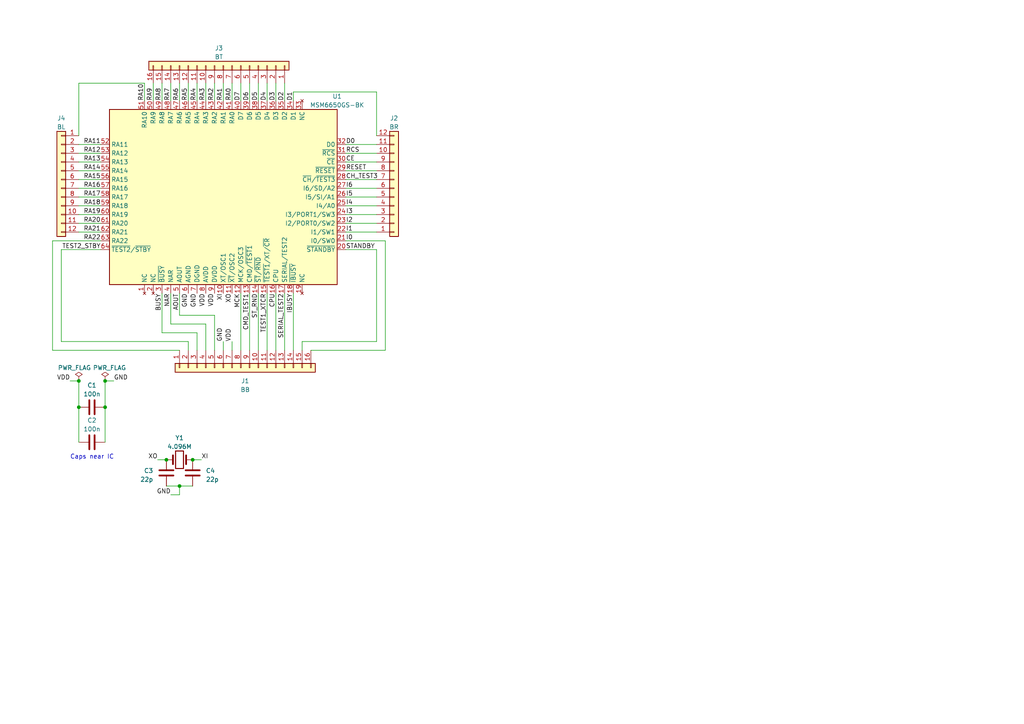
<source format=kicad_sch>
(kicad_sch (version 20230121) (generator eeschema)

  (uuid efd26e7b-cd49-41dc-a156-bd8c4f8c5eec)

  (paper "A4")

  (lib_symbols
    (symbol "Connector_Generic:Conn_01x12" (pin_names (offset 1.016) hide) (in_bom yes) (on_board yes)
      (property "Reference" "J" (at 0 15.24 0)
        (effects (font (size 1.27 1.27)))
      )
      (property "Value" "Conn_01x12" (at 0 -17.78 0)
        (effects (font (size 1.27 1.27)))
      )
      (property "Footprint" "" (at 0 0 0)
        (effects (font (size 1.27 1.27)) hide)
      )
      (property "Datasheet" "~" (at 0 0 0)
        (effects (font (size 1.27 1.27)) hide)
      )
      (property "ki_keywords" "connector" (at 0 0 0)
        (effects (font (size 1.27 1.27)) hide)
      )
      (property "ki_description" "Generic connector, single row, 01x12, script generated (kicad-library-utils/schlib/autogen/connector/)" (at 0 0 0)
        (effects (font (size 1.27 1.27)) hide)
      )
      (property "ki_fp_filters" "Connector*:*_1x??_*" (at 0 0 0)
        (effects (font (size 1.27 1.27)) hide)
      )
      (symbol "Conn_01x12_1_1"
        (rectangle (start -1.27 -15.113) (end 0 -15.367)
          (stroke (width 0.1524) (type default))
          (fill (type none))
        )
        (rectangle (start -1.27 -12.573) (end 0 -12.827)
          (stroke (width 0.1524) (type default))
          (fill (type none))
        )
        (rectangle (start -1.27 -10.033) (end 0 -10.287)
          (stroke (width 0.1524) (type default))
          (fill (type none))
        )
        (rectangle (start -1.27 -7.493) (end 0 -7.747)
          (stroke (width 0.1524) (type default))
          (fill (type none))
        )
        (rectangle (start -1.27 -4.953) (end 0 -5.207)
          (stroke (width 0.1524) (type default))
          (fill (type none))
        )
        (rectangle (start -1.27 -2.413) (end 0 -2.667)
          (stroke (width 0.1524) (type default))
          (fill (type none))
        )
        (rectangle (start -1.27 0.127) (end 0 -0.127)
          (stroke (width 0.1524) (type default))
          (fill (type none))
        )
        (rectangle (start -1.27 2.667) (end 0 2.413)
          (stroke (width 0.1524) (type default))
          (fill (type none))
        )
        (rectangle (start -1.27 5.207) (end 0 4.953)
          (stroke (width 0.1524) (type default))
          (fill (type none))
        )
        (rectangle (start -1.27 7.747) (end 0 7.493)
          (stroke (width 0.1524) (type default))
          (fill (type none))
        )
        (rectangle (start -1.27 10.287) (end 0 10.033)
          (stroke (width 0.1524) (type default))
          (fill (type none))
        )
        (rectangle (start -1.27 12.827) (end 0 12.573)
          (stroke (width 0.1524) (type default))
          (fill (type none))
        )
        (rectangle (start -1.27 13.97) (end 1.27 -16.51)
          (stroke (width 0.254) (type default))
          (fill (type background))
        )
        (pin passive line (at -5.08 12.7 0) (length 3.81)
          (name "Pin_1" (effects (font (size 1.27 1.27))))
          (number "1" (effects (font (size 1.27 1.27))))
        )
        (pin passive line (at -5.08 -10.16 0) (length 3.81)
          (name "Pin_10" (effects (font (size 1.27 1.27))))
          (number "10" (effects (font (size 1.27 1.27))))
        )
        (pin passive line (at -5.08 -12.7 0) (length 3.81)
          (name "Pin_11" (effects (font (size 1.27 1.27))))
          (number "11" (effects (font (size 1.27 1.27))))
        )
        (pin passive line (at -5.08 -15.24 0) (length 3.81)
          (name "Pin_12" (effects (font (size 1.27 1.27))))
          (number "12" (effects (font (size 1.27 1.27))))
        )
        (pin passive line (at -5.08 10.16 0) (length 3.81)
          (name "Pin_2" (effects (font (size 1.27 1.27))))
          (number "2" (effects (font (size 1.27 1.27))))
        )
        (pin passive line (at -5.08 7.62 0) (length 3.81)
          (name "Pin_3" (effects (font (size 1.27 1.27))))
          (number "3" (effects (font (size 1.27 1.27))))
        )
        (pin passive line (at -5.08 5.08 0) (length 3.81)
          (name "Pin_4" (effects (font (size 1.27 1.27))))
          (number "4" (effects (font (size 1.27 1.27))))
        )
        (pin passive line (at -5.08 2.54 0) (length 3.81)
          (name "Pin_5" (effects (font (size 1.27 1.27))))
          (number "5" (effects (font (size 1.27 1.27))))
        )
        (pin passive line (at -5.08 0 0) (length 3.81)
          (name "Pin_6" (effects (font (size 1.27 1.27))))
          (number "6" (effects (font (size 1.27 1.27))))
        )
        (pin passive line (at -5.08 -2.54 0) (length 3.81)
          (name "Pin_7" (effects (font (size 1.27 1.27))))
          (number "7" (effects (font (size 1.27 1.27))))
        )
        (pin passive line (at -5.08 -5.08 0) (length 3.81)
          (name "Pin_8" (effects (font (size 1.27 1.27))))
          (number "8" (effects (font (size 1.27 1.27))))
        )
        (pin passive line (at -5.08 -7.62 0) (length 3.81)
          (name "Pin_9" (effects (font (size 1.27 1.27))))
          (number "9" (effects (font (size 1.27 1.27))))
        )
      )
    )
    (symbol "Connector_Generic:Conn_01x16" (pin_names (offset 1.016) hide) (in_bom yes) (on_board yes)
      (property "Reference" "J" (at 0 20.32 0)
        (effects (font (size 1.27 1.27)))
      )
      (property "Value" "Conn_01x16" (at 0 -22.86 0)
        (effects (font (size 1.27 1.27)))
      )
      (property "Footprint" "" (at 0 0 0)
        (effects (font (size 1.27 1.27)) hide)
      )
      (property "Datasheet" "~" (at 0 0 0)
        (effects (font (size 1.27 1.27)) hide)
      )
      (property "ki_keywords" "connector" (at 0 0 0)
        (effects (font (size 1.27 1.27)) hide)
      )
      (property "ki_description" "Generic connector, single row, 01x16, script generated (kicad-library-utils/schlib/autogen/connector/)" (at 0 0 0)
        (effects (font (size 1.27 1.27)) hide)
      )
      (property "ki_fp_filters" "Connector*:*_1x??_*" (at 0 0 0)
        (effects (font (size 1.27 1.27)) hide)
      )
      (symbol "Conn_01x16_1_1"
        (rectangle (start -1.27 -20.193) (end 0 -20.447)
          (stroke (width 0.1524) (type default))
          (fill (type none))
        )
        (rectangle (start -1.27 -17.653) (end 0 -17.907)
          (stroke (width 0.1524) (type default))
          (fill (type none))
        )
        (rectangle (start -1.27 -15.113) (end 0 -15.367)
          (stroke (width 0.1524) (type default))
          (fill (type none))
        )
        (rectangle (start -1.27 -12.573) (end 0 -12.827)
          (stroke (width 0.1524) (type default))
          (fill (type none))
        )
        (rectangle (start -1.27 -10.033) (end 0 -10.287)
          (stroke (width 0.1524) (type default))
          (fill (type none))
        )
        (rectangle (start -1.27 -7.493) (end 0 -7.747)
          (stroke (width 0.1524) (type default))
          (fill (type none))
        )
        (rectangle (start -1.27 -4.953) (end 0 -5.207)
          (stroke (width 0.1524) (type default))
          (fill (type none))
        )
        (rectangle (start -1.27 -2.413) (end 0 -2.667)
          (stroke (width 0.1524) (type default))
          (fill (type none))
        )
        (rectangle (start -1.27 0.127) (end 0 -0.127)
          (stroke (width 0.1524) (type default))
          (fill (type none))
        )
        (rectangle (start -1.27 2.667) (end 0 2.413)
          (stroke (width 0.1524) (type default))
          (fill (type none))
        )
        (rectangle (start -1.27 5.207) (end 0 4.953)
          (stroke (width 0.1524) (type default))
          (fill (type none))
        )
        (rectangle (start -1.27 7.747) (end 0 7.493)
          (stroke (width 0.1524) (type default))
          (fill (type none))
        )
        (rectangle (start -1.27 10.287) (end 0 10.033)
          (stroke (width 0.1524) (type default))
          (fill (type none))
        )
        (rectangle (start -1.27 12.827) (end 0 12.573)
          (stroke (width 0.1524) (type default))
          (fill (type none))
        )
        (rectangle (start -1.27 15.367) (end 0 15.113)
          (stroke (width 0.1524) (type default))
          (fill (type none))
        )
        (rectangle (start -1.27 17.907) (end 0 17.653)
          (stroke (width 0.1524) (type default))
          (fill (type none))
        )
        (rectangle (start -1.27 19.05) (end 1.27 -21.59)
          (stroke (width 0.254) (type default))
          (fill (type background))
        )
        (pin passive line (at -5.08 17.78 0) (length 3.81)
          (name "Pin_1" (effects (font (size 1.27 1.27))))
          (number "1" (effects (font (size 1.27 1.27))))
        )
        (pin passive line (at -5.08 -5.08 0) (length 3.81)
          (name "Pin_10" (effects (font (size 1.27 1.27))))
          (number "10" (effects (font (size 1.27 1.27))))
        )
        (pin passive line (at -5.08 -7.62 0) (length 3.81)
          (name "Pin_11" (effects (font (size 1.27 1.27))))
          (number "11" (effects (font (size 1.27 1.27))))
        )
        (pin passive line (at -5.08 -10.16 0) (length 3.81)
          (name "Pin_12" (effects (font (size 1.27 1.27))))
          (number "12" (effects (font (size 1.27 1.27))))
        )
        (pin passive line (at -5.08 -12.7 0) (length 3.81)
          (name "Pin_13" (effects (font (size 1.27 1.27))))
          (number "13" (effects (font (size 1.27 1.27))))
        )
        (pin passive line (at -5.08 -15.24 0) (length 3.81)
          (name "Pin_14" (effects (font (size 1.27 1.27))))
          (number "14" (effects (font (size 1.27 1.27))))
        )
        (pin passive line (at -5.08 -17.78 0) (length 3.81)
          (name "Pin_15" (effects (font (size 1.27 1.27))))
          (number "15" (effects (font (size 1.27 1.27))))
        )
        (pin passive line (at -5.08 -20.32 0) (length 3.81)
          (name "Pin_16" (effects (font (size 1.27 1.27))))
          (number "16" (effects (font (size 1.27 1.27))))
        )
        (pin passive line (at -5.08 15.24 0) (length 3.81)
          (name "Pin_2" (effects (font (size 1.27 1.27))))
          (number "2" (effects (font (size 1.27 1.27))))
        )
        (pin passive line (at -5.08 12.7 0) (length 3.81)
          (name "Pin_3" (effects (font (size 1.27 1.27))))
          (number "3" (effects (font (size 1.27 1.27))))
        )
        (pin passive line (at -5.08 10.16 0) (length 3.81)
          (name "Pin_4" (effects (font (size 1.27 1.27))))
          (number "4" (effects (font (size 1.27 1.27))))
        )
        (pin passive line (at -5.08 7.62 0) (length 3.81)
          (name "Pin_5" (effects (font (size 1.27 1.27))))
          (number "5" (effects (font (size 1.27 1.27))))
        )
        (pin passive line (at -5.08 5.08 0) (length 3.81)
          (name "Pin_6" (effects (font (size 1.27 1.27))))
          (number "6" (effects (font (size 1.27 1.27))))
        )
        (pin passive line (at -5.08 2.54 0) (length 3.81)
          (name "Pin_7" (effects (font (size 1.27 1.27))))
          (number "7" (effects (font (size 1.27 1.27))))
        )
        (pin passive line (at -5.08 0 0) (length 3.81)
          (name "Pin_8" (effects (font (size 1.27 1.27))))
          (number "8" (effects (font (size 1.27 1.27))))
        )
        (pin passive line (at -5.08 -2.54 0) (length 3.81)
          (name "Pin_9" (effects (font (size 1.27 1.27))))
          (number "9" (effects (font (size 1.27 1.27))))
        )
      )
    )
    (symbol "Device:C" (pin_numbers hide) (pin_names (offset 0.254)) (in_bom yes) (on_board yes)
      (property "Reference" "C" (at 0.635 2.54 0)
        (effects (font (size 1.27 1.27)) (justify left))
      )
      (property "Value" "C" (at 0.635 -2.54 0)
        (effects (font (size 1.27 1.27)) (justify left))
      )
      (property "Footprint" "" (at 0.9652 -3.81 0)
        (effects (font (size 1.27 1.27)) hide)
      )
      (property "Datasheet" "~" (at 0 0 0)
        (effects (font (size 1.27 1.27)) hide)
      )
      (property "ki_keywords" "cap capacitor" (at 0 0 0)
        (effects (font (size 1.27 1.27)) hide)
      )
      (property "ki_description" "Unpolarized capacitor" (at 0 0 0)
        (effects (font (size 1.27 1.27)) hide)
      )
      (property "ki_fp_filters" "C_*" (at 0 0 0)
        (effects (font (size 1.27 1.27)) hide)
      )
      (symbol "C_0_1"
        (polyline
          (pts
            (xy -2.032 -0.762)
            (xy 2.032 -0.762)
          )
          (stroke (width 0.508) (type default))
          (fill (type none))
        )
        (polyline
          (pts
            (xy -2.032 0.762)
            (xy 2.032 0.762)
          )
          (stroke (width 0.508) (type default))
          (fill (type none))
        )
      )
      (symbol "C_1_1"
        (pin passive line (at 0 3.81 270) (length 2.794)
          (name "~" (effects (font (size 1.27 1.27))))
          (number "1" (effects (font (size 1.27 1.27))))
        )
        (pin passive line (at 0 -3.81 90) (length 2.794)
          (name "~" (effects (font (size 1.27 1.27))))
          (number "2" (effects (font (size 1.27 1.27))))
        )
      )
    )
    (symbol "Device:Crystal" (pin_numbers hide) (pin_names (offset 1.016) hide) (in_bom yes) (on_board yes)
      (property "Reference" "Y" (at 0 3.81 0)
        (effects (font (size 1.27 1.27)))
      )
      (property "Value" "Crystal" (at 0 -3.81 0)
        (effects (font (size 1.27 1.27)))
      )
      (property "Footprint" "" (at 0 0 0)
        (effects (font (size 1.27 1.27)) hide)
      )
      (property "Datasheet" "~" (at 0 0 0)
        (effects (font (size 1.27 1.27)) hide)
      )
      (property "ki_keywords" "quartz ceramic resonator oscillator" (at 0 0 0)
        (effects (font (size 1.27 1.27)) hide)
      )
      (property "ki_description" "Two pin crystal" (at 0 0 0)
        (effects (font (size 1.27 1.27)) hide)
      )
      (property "ki_fp_filters" "Crystal*" (at 0 0 0)
        (effects (font (size 1.27 1.27)) hide)
      )
      (symbol "Crystal_0_1"
        (rectangle (start -1.143 2.54) (end 1.143 -2.54)
          (stroke (width 0.3048) (type default))
          (fill (type none))
        )
        (polyline
          (pts
            (xy -2.54 0)
            (xy -1.905 0)
          )
          (stroke (width 0) (type default))
          (fill (type none))
        )
        (polyline
          (pts
            (xy -1.905 -1.27)
            (xy -1.905 1.27)
          )
          (stroke (width 0.508) (type default))
          (fill (type none))
        )
        (polyline
          (pts
            (xy 1.905 -1.27)
            (xy 1.905 1.27)
          )
          (stroke (width 0.508) (type default))
          (fill (type none))
        )
        (polyline
          (pts
            (xy 2.54 0)
            (xy 1.905 0)
          )
          (stroke (width 0) (type default))
          (fill (type none))
        )
      )
      (symbol "Crystal_1_1"
        (pin passive line (at -3.81 0 0) (length 1.27)
          (name "1" (effects (font (size 1.27 1.27))))
          (number "1" (effects (font (size 1.27 1.27))))
        )
        (pin passive line (at 3.81 0 180) (length 1.27)
          (name "2" (effects (font (size 1.27 1.27))))
          (number "2" (effects (font (size 1.27 1.27))))
        )
      )
    )
    (symbol "M6650_parts:MSM6650GS-BK" (in_bom yes) (on_board yes)
      (property "Reference" "U" (at -25.4 34.29 0)
        (effects (font (size 1.27 1.27)) (justify left))
      )
      (property "Value" "MSM6650GS-BK" (at -38.1 -29.21 0)
        (effects (font (size 1.27 1.27)))
      )
      (property "Footprint" "M6650_parts:QFP64-P-1420-1.00-BK" (at -38.1 -29.21 0)
        (effects (font (size 1.27 1.27)) hide)
      )
      (property "Datasheet" "" (at -38.1 -29.21 0)
        (effects (font (size 1.27 1.27)) hide)
      )
      (symbol "MSM6650GS-BK_1_1"
        (rectangle (start -25.4 33.02) (end 25.4 -33.02)
          (stroke (width 0.254) (type default))
          (fill (type background))
        )
        (pin no_connect line (at -27.94 22.86 0) (length 2.54)
          (name "NC" (effects (font (size 1.27 1.27))))
          (number "1" (effects (font (size 1.27 1.27))))
        )
        (pin input line (at -27.94 0 0) (length 2.54)
          (name "XT/OSC1" (effects (font (size 1.27 1.27))))
          (number "10" (effects (font (size 1.27 1.27))))
        )
        (pin output line (at -27.94 -2.54 0) (length 2.54)
          (name "~{XT}/OSC2" (effects (font (size 1.27 1.27))))
          (number "11" (effects (font (size 1.27 1.27))))
        )
        (pin input line (at -27.94 -5.08 0) (length 2.54)
          (name "MCK/OSC3" (effects (font (size 1.27 1.27))))
          (number "12" (effects (font (size 1.27 1.27))))
        )
        (pin input line (at -27.94 -7.62 0) (length 2.54)
          (name "CMD/~{TEST1}" (effects (font (size 1.27 1.27))))
          (number "13" (effects (font (size 1.27 1.27))))
        )
        (pin input line (at -27.94 -10.16 0) (length 2.54)
          (name "~{ST}/~{RND}" (effects (font (size 1.27 1.27))))
          (number "14" (effects (font (size 1.27 1.27))))
        )
        (pin input line (at -27.94 -12.7 0) (length 2.54)
          (name "~{TEST1}/XT/~{CR}" (effects (font (size 1.27 1.27))))
          (number "15" (effects (font (size 1.27 1.27))))
        )
        (pin input line (at -27.94 -15.24 0) (length 2.54)
          (name "CPU" (effects (font (size 1.27 1.27))))
          (number "16" (effects (font (size 1.27 1.27))))
        )
        (pin input line (at -27.94 -17.78 0) (length 2.54)
          (name "SERIAL/TEST2" (effects (font (size 1.27 1.27))))
          (number "17" (effects (font (size 1.27 1.27))))
        )
        (pin output line (at -27.94 -20.32 0) (length 2.54)
          (name "~{IBUSY}" (effects (font (size 1.27 1.27))))
          (number "18" (effects (font (size 1.27 1.27))))
        )
        (pin no_connect line (at -27.94 -22.86 0) (length 2.54)
          (name "NC" (effects (font (size 1.27 1.27))))
          (number "19" (effects (font (size 1.27 1.27))))
        )
        (pin no_connect line (at -27.94 20.32 0) (length 2.54)
          (name "NC" (effects (font (size 1.27 1.27))))
          (number "2" (effects (font (size 1.27 1.27))))
        )
        (pin output line (at -15.24 -35.56 90) (length 2.54)
          (name "~{STANDBY}" (effects (font (size 1.27 1.27))))
          (number "20" (effects (font (size 1.27 1.27))))
        )
        (pin input line (at -12.7 -35.56 90) (length 2.54)
          (name "I0/SW0" (effects (font (size 1.27 1.27))))
          (number "21" (effects (font (size 1.27 1.27))))
        )
        (pin input line (at -10.16 -35.56 90) (length 2.54)
          (name "I1/SW1" (effects (font (size 1.27 1.27))))
          (number "22" (effects (font (size 1.27 1.27))))
        )
        (pin input line (at -7.62 -35.56 90) (length 2.54)
          (name "I2/PORT0/SW2" (effects (font (size 1.27 1.27))))
          (number "23" (effects (font (size 1.27 1.27))))
        )
        (pin input line (at -5.08 -35.56 90) (length 2.54)
          (name "I3/PORT1/SW3" (effects (font (size 1.27 1.27))))
          (number "24" (effects (font (size 1.27 1.27))))
        )
        (pin input line (at -2.54 -35.56 90) (length 2.54)
          (name "I4/A0" (effects (font (size 1.27 1.27))))
          (number "25" (effects (font (size 1.27 1.27))))
        )
        (pin input line (at 0 -35.56 90) (length 2.54)
          (name "I5/SI/A1" (effects (font (size 1.27 1.27))))
          (number "26" (effects (font (size 1.27 1.27))))
        )
        (pin input line (at 2.54 -35.56 90) (length 2.54)
          (name "I6/SD/A2" (effects (font (size 1.27 1.27))))
          (number "27" (effects (font (size 1.27 1.27))))
        )
        (pin input line (at 5.08 -35.56 90) (length 2.54)
          (name "~{CH}/~{TEST3}" (effects (font (size 1.27 1.27))))
          (number "28" (effects (font (size 1.27 1.27))))
        )
        (pin input line (at 7.62 -35.56 90) (length 2.54)
          (name "~{RESET}" (effects (font (size 1.27 1.27))))
          (number "29" (effects (font (size 1.27 1.27))))
        )
        (pin output line (at -27.94 17.78 0) (length 2.54)
          (name "~{BUSY}" (effects (font (size 1.27 1.27))))
          (number "3" (effects (font (size 1.27 1.27))))
        )
        (pin output line (at 10.16 -35.56 90) (length 2.54)
          (name "~{CE}" (effects (font (size 1.27 1.27))))
          (number "30" (effects (font (size 1.27 1.27))))
        )
        (pin output line (at 12.7 -35.56 90) (length 2.54)
          (name "~{RCS}" (effects (font (size 1.27 1.27))))
          (number "31" (effects (font (size 1.27 1.27))))
        )
        (pin input line (at 15.24 -35.56 90) (length 2.54)
          (name "D0" (effects (font (size 1.27 1.27))))
          (number "32" (effects (font (size 1.27 1.27))))
        )
        (pin no_connect line (at 27.94 -22.86 180) (length 2.54)
          (name "NC" (effects (font (size 1.27 1.27))))
          (number "33" (effects (font (size 1.27 1.27))))
        )
        (pin input line (at 27.94 -20.32 180) (length 2.54)
          (name "D1" (effects (font (size 1.27 1.27))))
          (number "34" (effects (font (size 1.27 1.27))))
        )
        (pin input line (at 27.94 -17.78 180) (length 2.54)
          (name "D2" (effects (font (size 1.27 1.27))))
          (number "35" (effects (font (size 1.27 1.27))))
        )
        (pin input line (at 27.94 -15.24 180) (length 2.54)
          (name "D3" (effects (font (size 1.27 1.27))))
          (number "36" (effects (font (size 1.27 1.27))))
        )
        (pin input line (at 27.94 -12.7 180) (length 2.54)
          (name "D4" (effects (font (size 1.27 1.27))))
          (number "37" (effects (font (size 1.27 1.27))))
        )
        (pin input line (at 27.94 -10.16 180) (length 2.54)
          (name "D5" (effects (font (size 1.27 1.27))))
          (number "38" (effects (font (size 1.27 1.27))))
        )
        (pin input line (at 27.94 -7.62 180) (length 2.54)
          (name "D6" (effects (font (size 1.27 1.27))))
          (number "39" (effects (font (size 1.27 1.27))))
        )
        (pin output line (at -27.94 15.24 0) (length 2.54)
          (name "NAR" (effects (font (size 1.27 1.27))))
          (number "4" (effects (font (size 1.27 1.27))))
        )
        (pin input line (at 27.94 -5.08 180) (length 2.54)
          (name "D7" (effects (font (size 1.27 1.27))))
          (number "40" (effects (font (size 1.27 1.27))))
        )
        (pin output line (at 27.94 -2.54 180) (length 2.54)
          (name "RA0" (effects (font (size 1.27 1.27))))
          (number "41" (effects (font (size 1.27 1.27))))
        )
        (pin output line (at 27.94 0 180) (length 2.54)
          (name "RA1" (effects (font (size 1.27 1.27))))
          (number "42" (effects (font (size 1.27 1.27))))
        )
        (pin output line (at 27.94 2.54 180) (length 2.54)
          (name "RA2" (effects (font (size 1.27 1.27))))
          (number "43" (effects (font (size 1.27 1.27))))
        )
        (pin output line (at 27.94 5.08 180) (length 2.54)
          (name "RA3" (effects (font (size 1.27 1.27))))
          (number "44" (effects (font (size 1.27 1.27))))
        )
        (pin output line (at 27.94 7.62 180) (length 2.54)
          (name "RA4" (effects (font (size 1.27 1.27))))
          (number "45" (effects (font (size 1.27 1.27))))
        )
        (pin output line (at 27.94 10.16 180) (length 2.54)
          (name "RA5" (effects (font (size 1.27 1.27))))
          (number "46" (effects (font (size 1.27 1.27))))
        )
        (pin output line (at 27.94 12.7 180) (length 2.54)
          (name "RA6" (effects (font (size 1.27 1.27))))
          (number "47" (effects (font (size 1.27 1.27))))
        )
        (pin output line (at 27.94 15.24 180) (length 2.54)
          (name "RA7" (effects (font (size 1.27 1.27))))
          (number "48" (effects (font (size 1.27 1.27))))
        )
        (pin output line (at 27.94 17.78 180) (length 2.54)
          (name "RA8" (effects (font (size 1.27 1.27))))
          (number "49" (effects (font (size 1.27 1.27))))
        )
        (pin output line (at -27.94 12.7 0) (length 2.54)
          (name "AOUT" (effects (font (size 1.27 1.27))))
          (number "5" (effects (font (size 1.27 1.27))))
        )
        (pin output line (at 27.94 20.32 180) (length 2.54)
          (name "RA9" (effects (font (size 1.27 1.27))))
          (number "50" (effects (font (size 1.27 1.27))))
        )
        (pin output line (at 27.94 22.86 180) (length 2.54)
          (name "RA10" (effects (font (size 1.27 1.27))))
          (number "51" (effects (font (size 1.27 1.27))))
        )
        (pin output line (at 15.24 35.56 270) (length 2.54)
          (name "RA11" (effects (font (size 1.27 1.27))))
          (number "52" (effects (font (size 1.27 1.27))))
        )
        (pin output line (at 12.7 35.56 270) (length 2.54)
          (name "RA12" (effects (font (size 1.27 1.27))))
          (number "53" (effects (font (size 1.27 1.27))))
        )
        (pin output line (at 10.16 35.56 270) (length 2.54)
          (name "RA13" (effects (font (size 1.27 1.27))))
          (number "54" (effects (font (size 1.27 1.27))))
        )
        (pin output line (at 7.62 35.56 270) (length 2.54)
          (name "RA14" (effects (font (size 1.27 1.27))))
          (number "55" (effects (font (size 1.27 1.27))))
        )
        (pin output line (at 5.08 35.56 270) (length 2.54)
          (name "RA15" (effects (font (size 1.27 1.27))))
          (number "56" (effects (font (size 1.27 1.27))))
        )
        (pin output line (at 2.54 35.56 270) (length 2.54)
          (name "RA16" (effects (font (size 1.27 1.27))))
          (number "57" (effects (font (size 1.27 1.27))))
        )
        (pin output line (at 0 35.56 270) (length 2.54)
          (name "RA17" (effects (font (size 1.27 1.27))))
          (number "58" (effects (font (size 1.27 1.27))))
        )
        (pin output line (at -2.54 35.56 270) (length 2.54)
          (name "RA18" (effects (font (size 1.27 1.27))))
          (number "59" (effects (font (size 1.27 1.27))))
        )
        (pin power_in line (at -27.94 10.16 0) (length 2.54)
          (name "AGND" (effects (font (size 1.27 1.27))))
          (number "6" (effects (font (size 1.27 1.27))))
        )
        (pin output line (at -5.08 35.56 270) (length 2.54)
          (name "RA19" (effects (font (size 1.27 1.27))))
          (number "60" (effects (font (size 1.27 1.27))))
        )
        (pin output line (at -7.62 35.56 270) (length 2.54)
          (name "RA20" (effects (font (size 1.27 1.27))))
          (number "61" (effects (font (size 1.27 1.27))))
        )
        (pin output line (at -10.16 35.56 270) (length 2.54)
          (name "RA21" (effects (font (size 1.27 1.27))))
          (number "62" (effects (font (size 1.27 1.27))))
        )
        (pin output line (at -12.7 35.56 270) (length 2.54)
          (name "RA22" (effects (font (size 1.27 1.27))))
          (number "63" (effects (font (size 1.27 1.27))))
        )
        (pin input line (at -15.24 35.56 270) (length 2.54)
          (name "~{TEST2}/~{STBY}" (effects (font (size 1.27 1.27))))
          (number "64" (effects (font (size 1.27 1.27))))
        )
        (pin power_in line (at -27.94 7.62 0) (length 2.54)
          (name "DGND" (effects (font (size 1.27 1.27))))
          (number "7" (effects (font (size 1.27 1.27))))
        )
        (pin power_in line (at -27.94 5.08 0) (length 2.54)
          (name "AVDD" (effects (font (size 1.27 1.27))))
          (number "8" (effects (font (size 1.27 1.27))))
        )
        (pin power_in line (at -27.94 2.54 0) (length 2.54)
          (name "DVDD" (effects (font (size 1.27 1.27))))
          (number "9" (effects (font (size 1.27 1.27))))
        )
      )
    )
    (symbol "power:PWR_FLAG" (power) (pin_numbers hide) (pin_names (offset 0) hide) (in_bom yes) (on_board yes)
      (property "Reference" "#FLG" (at 0 1.905 0)
        (effects (font (size 1.27 1.27)) hide)
      )
      (property "Value" "PWR_FLAG" (at 0 3.81 0)
        (effects (font (size 1.27 1.27)))
      )
      (property "Footprint" "" (at 0 0 0)
        (effects (font (size 1.27 1.27)) hide)
      )
      (property "Datasheet" "~" (at 0 0 0)
        (effects (font (size 1.27 1.27)) hide)
      )
      (property "ki_keywords" "flag power" (at 0 0 0)
        (effects (font (size 1.27 1.27)) hide)
      )
      (property "ki_description" "Special symbol for telling ERC where power comes from" (at 0 0 0)
        (effects (font (size 1.27 1.27)) hide)
      )
      (symbol "PWR_FLAG_0_0"
        (pin power_out line (at 0 0 90) (length 0)
          (name "pwr" (effects (font (size 1.27 1.27))))
          (number "1" (effects (font (size 1.27 1.27))))
        )
      )
      (symbol "PWR_FLAG_0_1"
        (polyline
          (pts
            (xy 0 0)
            (xy 0 1.27)
            (xy -1.016 1.905)
            (xy 0 2.54)
            (xy 1.016 1.905)
            (xy 0 1.27)
          )
          (stroke (width 0) (type default))
          (fill (type none))
        )
      )
    )
  )

  (junction (at 22.86 118.11) (diameter 0) (color 0 0 0 0)
    (uuid 142aee02-fd16-4341-8aae-8d50af826684)
  )
  (junction (at 22.86 110.49) (diameter 0) (color 0 0 0 0)
    (uuid 354d028f-121e-4c06-8001-b86862f9e5fd)
  )
  (junction (at 30.48 118.11) (diameter 0) (color 0 0 0 0)
    (uuid be92711d-356a-48e9-a7d3-a47bc4626870)
  )
  (junction (at 55.88 133.35) (diameter 0) (color 0 0 0 0)
    (uuid c0140ce9-988f-4b02-8be7-f05b661e0ed8)
  )
  (junction (at 52.07 140.97) (diameter 0) (color 0 0 0 0)
    (uuid c48351ec-9bd4-4db0-bbbb-c76a1f3e5aba)
  )
  (junction (at 30.48 110.49) (diameter 0) (color 0 0 0 0)
    (uuid e4fb6162-af3a-4efa-a067-01a1b6fd87e9)
  )
  (junction (at 48.26 133.35) (diameter 0) (color 0 0 0 0)
    (uuid f09a9149-7716-43c1-a5e2-4ef203d518a8)
  )

  (wire (pts (xy 52.07 143.51) (xy 49.53 143.51))
    (stroke (width 0) (type default))
    (uuid 00879929-83bd-497f-a4fa-1c0a8d9ecf55)
  )
  (wire (pts (xy 57.15 101.6) (xy 57.15 96.52))
    (stroke (width 0) (type default))
    (uuid 01e072da-73ca-4b63-9d74-dfca8cabae72)
  )
  (wire (pts (xy 109.22 99.06) (xy 109.22 72.39))
    (stroke (width 0) (type default))
    (uuid 025a6ac0-2352-4787-99f8-aeaf318b7bcc)
  )
  (wire (pts (xy 52.07 91.44) (xy 62.23 91.44))
    (stroke (width 0) (type default))
    (uuid 0383a35f-94c5-4181-b8d8-cb2b51951aec)
  )
  (wire (pts (xy 52.07 29.21) (xy 52.07 24.13))
    (stroke (width 0) (type default))
    (uuid 047dcce4-c136-4ddd-9631-6d7d125fdada)
  )
  (wire (pts (xy 64.77 101.6) (xy 64.77 99.06))
    (stroke (width 0) (type default))
    (uuid 081cdaef-7129-45e6-aab0-c574501beb48)
  )
  (wire (pts (xy 52.07 140.97) (xy 55.88 140.97))
    (stroke (width 0) (type default))
    (uuid 08c10845-2378-4bf1-a513-e003ad2862b3)
  )
  (wire (pts (xy 22.86 59.69) (xy 29.21 59.69))
    (stroke (width 0) (type default))
    (uuid 08f9e19a-434c-4544-9a24-e05b9befedc0)
  )
  (wire (pts (xy 109.22 26.67) (xy 85.09 26.67))
    (stroke (width 0) (type default))
    (uuid 0bd4da20-0b79-4b0c-92df-79858749582d)
  )
  (wire (pts (xy 17.78 99.06) (xy 54.61 99.06))
    (stroke (width 0) (type default))
    (uuid 104a8828-df2e-4ca7-a6d4-ea9617e27edb)
  )
  (wire (pts (xy 22.86 44.45) (xy 29.21 44.45))
    (stroke (width 0) (type default))
    (uuid 19da2499-024b-4ab4-94d9-324516ae4363)
  )
  (wire (pts (xy 54.61 99.06) (xy 54.61 101.6))
    (stroke (width 0) (type default))
    (uuid 1cf1e8bd-b503-44d2-8ef9-96eebef0a1e1)
  )
  (wire (pts (xy 62.23 29.21) (xy 62.23 24.13))
    (stroke (width 0) (type default))
    (uuid 234587bc-1bdd-4e5e-84a6-844e65a66071)
  )
  (wire (pts (xy 100.33 46.99) (xy 109.22 46.99))
    (stroke (width 0) (type default))
    (uuid 23f39d32-676c-43af-b377-1dddbd30d5e2)
  )
  (wire (pts (xy 49.53 93.98) (xy 49.53 85.09))
    (stroke (width 0) (type default))
    (uuid 2b579358-29b0-43cf-aa20-d7d86fb128b5)
  )
  (wire (pts (xy 67.31 29.21) (xy 67.31 24.13))
    (stroke (width 0) (type default))
    (uuid 2dbdb08b-9b0e-4071-80f2-c127db41fcf7)
  )
  (wire (pts (xy 100.33 54.61) (xy 109.22 54.61))
    (stroke (width 0) (type default))
    (uuid 32afcfd4-e759-49f3-afe1-0aca0019d120)
  )
  (wire (pts (xy 80.01 101.6) (xy 80.01 85.09))
    (stroke (width 0) (type default))
    (uuid 33f3a27e-c852-4cd6-b6f0-71904e62208d)
  )
  (wire (pts (xy 100.33 64.77) (xy 109.22 64.77))
    (stroke (width 0) (type default))
    (uuid 36f6f114-cefe-4efd-8e14-5fdf242741b9)
  )
  (wire (pts (xy 111.76 69.85) (xy 111.76 101.6))
    (stroke (width 0) (type default))
    (uuid 39bf648c-1d5b-4e6d-a595-f17558088959)
  )
  (wire (pts (xy 29.21 72.39) (xy 17.78 72.39))
    (stroke (width 0) (type default))
    (uuid 39fada09-2b10-4572-a9ff-7793567661db)
  )
  (wire (pts (xy 57.15 29.21) (xy 57.15 24.13))
    (stroke (width 0) (type default))
    (uuid 3d127a4c-beb6-429d-8e8a-f1325d90508a)
  )
  (wire (pts (xy 109.22 72.39) (xy 100.33 72.39))
    (stroke (width 0) (type default))
    (uuid 3d2b1589-27d2-4cf0-ade3-69c00d34daf9)
  )
  (wire (pts (xy 100.33 52.07) (xy 109.22 52.07))
    (stroke (width 0) (type default))
    (uuid 3db23bae-e798-4352-85ff-d258a2fb098f)
  )
  (wire (pts (xy 22.86 57.15) (xy 29.21 57.15))
    (stroke (width 0) (type default))
    (uuid 407d3391-b489-42da-a7b4-e5bfd547ae69)
  )
  (wire (pts (xy 100.33 67.31) (xy 109.22 67.31))
    (stroke (width 0) (type default))
    (uuid 433121e5-5a2b-4f73-a34d-5c7d12691854)
  )
  (wire (pts (xy 22.86 67.31) (xy 29.21 67.31))
    (stroke (width 0) (type default))
    (uuid 4dad0934-4347-446e-9f70-e0948a6e5f4e)
  )
  (wire (pts (xy 46.99 29.21) (xy 46.99 24.13))
    (stroke (width 0) (type default))
    (uuid 51e1d71e-a7d3-4d50-b3be-653fce424042)
  )
  (wire (pts (xy 41.91 29.21) (xy 41.91 24.13))
    (stroke (width 0) (type default))
    (uuid 5769b9d5-86fc-4b94-8d5f-dc7bc51dbded)
  )
  (wire (pts (xy 22.86 46.99) (xy 29.21 46.99))
    (stroke (width 0) (type default))
    (uuid 58a903fa-621d-4d8d-8050-d9edb28b1c24)
  )
  (wire (pts (xy 22.86 64.77) (xy 29.21 64.77))
    (stroke (width 0) (type default))
    (uuid 59d218e7-e28f-49f4-b2e3-96b70b2e2657)
  )
  (wire (pts (xy 22.86 52.07) (xy 29.21 52.07))
    (stroke (width 0) (type default))
    (uuid 61124ef3-3d5d-45f6-8e82-7a0585244457)
  )
  (wire (pts (xy 74.93 101.6) (xy 74.93 85.09))
    (stroke (width 0) (type default))
    (uuid 61241b0d-a0db-4d9d-8925-9a67c1bb7d60)
  )
  (wire (pts (xy 74.93 29.21) (xy 74.93 24.13))
    (stroke (width 0) (type default))
    (uuid 62ca7db7-48b0-47d2-85bf-7b7c152e8fc3)
  )
  (wire (pts (xy 69.85 101.6) (xy 69.85 85.09))
    (stroke (width 0) (type default))
    (uuid 637fc736-3ac8-4f60-be8c-748db5b3adb3)
  )
  (wire (pts (xy 45.72 133.35) (xy 48.26 133.35))
    (stroke (width 0) (type default))
    (uuid 6492dd24-266f-4bad-824a-4225c3ab81cd)
  )
  (wire (pts (xy 30.48 118.11) (xy 30.48 128.27))
    (stroke (width 0) (type default))
    (uuid 65785488-b642-4dd0-9cac-86ac18c71634)
  )
  (wire (pts (xy 22.86 39.37) (xy 22.86 24.13))
    (stroke (width 0) (type default))
    (uuid 68f31a2d-a4dc-4951-aaba-dede145dcf41)
  )
  (wire (pts (xy 64.77 29.21) (xy 64.77 24.13))
    (stroke (width 0) (type default))
    (uuid 6ac7d56f-169b-44d5-8c54-1484378509d7)
  )
  (wire (pts (xy 111.76 101.6) (xy 90.17 101.6))
    (stroke (width 0) (type default))
    (uuid 6f4ad231-9d56-4d57-9abd-7c17d0d86ff1)
  )
  (wire (pts (xy 49.53 93.98) (xy 59.69 93.98))
    (stroke (width 0) (type default))
    (uuid 8388ed66-c0cb-4437-a877-20f9fdb1f073)
  )
  (wire (pts (xy 22.86 41.91) (xy 29.21 41.91))
    (stroke (width 0) (type default))
    (uuid 89c54b28-ece5-48da-babf-6ed785261534)
  )
  (wire (pts (xy 22.86 49.53) (xy 29.21 49.53))
    (stroke (width 0) (type default))
    (uuid 8b566405-4b6d-466b-97da-0e57d1e7c4f3)
  )
  (wire (pts (xy 67.31 101.6) (xy 67.31 99.06))
    (stroke (width 0) (type default))
    (uuid 8fb3b5d7-87f2-4f5e-a9fa-8ffaf259c56f)
  )
  (wire (pts (xy 44.45 29.21) (xy 44.45 24.13))
    (stroke (width 0) (type default))
    (uuid 91f23955-4559-460c-82f4-a984d91c8373)
  )
  (wire (pts (xy 100.33 69.85) (xy 111.76 69.85))
    (stroke (width 0) (type default))
    (uuid 93a654de-541f-4250-80d5-4a35965664a3)
  )
  (wire (pts (xy 77.47 101.6) (xy 77.47 85.09))
    (stroke (width 0) (type default))
    (uuid 949f29fb-2ad4-4fd6-9b6e-c4badf484d84)
  )
  (wire (pts (xy 22.86 54.61) (xy 29.21 54.61))
    (stroke (width 0) (type default))
    (uuid 9b008083-86b9-4a1e-9cbb-0e4278698622)
  )
  (wire (pts (xy 22.86 24.13) (xy 41.91 24.13))
    (stroke (width 0) (type default))
    (uuid 9ea0290c-4543-47c4-b34b-1743e68dcebc)
  )
  (wire (pts (xy 72.39 101.6) (xy 72.39 85.09))
    (stroke (width 0) (type default))
    (uuid 9fb77660-2390-480f-bec6-73d5b35a3d13)
  )
  (wire (pts (xy 77.47 29.21) (xy 77.47 24.13))
    (stroke (width 0) (type default))
    (uuid a0888768-b7d4-4196-a1d8-ee96576b018f)
  )
  (wire (pts (xy 20.32 110.49) (xy 22.86 110.49))
    (stroke (width 0) (type default))
    (uuid a1d10ce6-764b-4e34-9ce9-e1ecff0f7036)
  )
  (wire (pts (xy 15.24 101.6) (xy 52.07 101.6))
    (stroke (width 0) (type default))
    (uuid a59a27f3-5770-4744-a258-f753007a0811)
  )
  (wire (pts (xy 49.53 29.21) (xy 49.53 24.13))
    (stroke (width 0) (type default))
    (uuid a8ed5b56-38f1-4b3c-8739-3d7227c53fcb)
  )
  (wire (pts (xy 109.22 39.37) (xy 109.22 26.67))
    (stroke (width 0) (type default))
    (uuid ab18d8e7-13d1-4921-9f96-f527a353924d)
  )
  (wire (pts (xy 100.33 57.15) (xy 109.22 57.15))
    (stroke (width 0) (type default))
    (uuid adec646d-eca4-4d84-bbbc-de97fef3eebf)
  )
  (wire (pts (xy 82.55 101.6) (xy 82.55 85.09))
    (stroke (width 0) (type default))
    (uuid aecbe401-4b6f-4535-af0e-953e85ef4e78)
  )
  (wire (pts (xy 100.33 41.91) (xy 109.22 41.91))
    (stroke (width 0) (type default))
    (uuid af32358f-4c8f-4e97-b393-7bad121f7697)
  )
  (wire (pts (xy 100.33 59.69) (xy 109.22 59.69))
    (stroke (width 0) (type default))
    (uuid b2f3dde3-8912-4e0b-9ab7-eeb7d0aba00d)
  )
  (wire (pts (xy 100.33 62.23) (xy 109.22 62.23))
    (stroke (width 0) (type default))
    (uuid b516a79c-1737-41c0-9c3f-60ae7711feff)
  )
  (wire (pts (xy 59.69 93.98) (xy 59.69 101.6))
    (stroke (width 0) (type default))
    (uuid b92d908c-cd8c-4869-9f27-5c1e5947371e)
  )
  (wire (pts (xy 52.07 143.51) (xy 52.07 140.97))
    (stroke (width 0) (type default))
    (uuid bac6dec4-981e-4d5a-a02b-ff594abd02aa)
  )
  (wire (pts (xy 46.99 96.52) (xy 57.15 96.52))
    (stroke (width 0) (type default))
    (uuid bbbfa07a-b432-41b5-96d8-a3748a4b9bef)
  )
  (wire (pts (xy 85.09 101.6) (xy 85.09 85.09))
    (stroke (width 0) (type default))
    (uuid bd1732b7-dd0e-4169-ab52-66bc6584d48c)
  )
  (wire (pts (xy 33.02 110.49) (xy 30.48 110.49))
    (stroke (width 0) (type default))
    (uuid c3c18bb3-f51b-401a-843b-f918e4a3e5a2)
  )
  (wire (pts (xy 87.63 99.06) (xy 109.22 99.06))
    (stroke (width 0) (type default))
    (uuid c3fde4b9-07a7-4a11-ac4b-b871b8b4e693)
  )
  (wire (pts (xy 17.78 99.06) (xy 17.78 72.39))
    (stroke (width 0) (type default))
    (uuid c62ee059-1b68-4d51-b325-c3f7342f42fb)
  )
  (wire (pts (xy 22.86 110.49) (xy 22.86 118.11))
    (stroke (width 0) (type default))
    (uuid c7a9ab14-0621-4d74-ad0b-7c73940092b2)
  )
  (wire (pts (xy 59.69 29.21) (xy 59.69 24.13))
    (stroke (width 0) (type default))
    (uuid ca443736-8b48-4381-800a-563fb6486a4f)
  )
  (wire (pts (xy 69.85 29.21) (xy 69.85 24.13))
    (stroke (width 0) (type default))
    (uuid d4ccda56-b5fc-4f74-86b5-6c6165dd86a2)
  )
  (wire (pts (xy 100.33 49.53) (xy 109.22 49.53))
    (stroke (width 0) (type default))
    (uuid d85c7355-cf76-4549-a6fb-0b6bd97b4f5d)
  )
  (wire (pts (xy 30.48 110.49) (xy 30.48 118.11))
    (stroke (width 0) (type default))
    (uuid da77a1bb-567d-4145-b3e3-e7c0af5ff3c3)
  )
  (wire (pts (xy 80.01 29.21) (xy 80.01 24.13))
    (stroke (width 0) (type default))
    (uuid ddaf4ef1-81bc-42e1-a84b-d39f2561596c)
  )
  (wire (pts (xy 85.09 29.21) (xy 85.09 26.67))
    (stroke (width 0) (type default))
    (uuid de5f3fb5-ecaf-457b-ab58-e0bfe226751a)
  )
  (wire (pts (xy 62.23 91.44) (xy 62.23 101.6))
    (stroke (width 0) (type default))
    (uuid e670ad0a-0d94-4980-8991-5a328eabd68a)
  )
  (wire (pts (xy 100.33 44.45) (xy 109.22 44.45))
    (stroke (width 0) (type default))
    (uuid e6c7ad79-76ce-4ad0-9994-1ae5bec25fc9)
  )
  (wire (pts (xy 82.55 29.21) (xy 82.55 24.13))
    (stroke (width 0) (type default))
    (uuid ebf18923-2aa7-4d6c-ae21-d764f0101785)
  )
  (wire (pts (xy 72.39 29.21) (xy 72.39 24.13))
    (stroke (width 0) (type default))
    (uuid ecb6de1a-f0e7-4a54-ab8c-cbd52a682958)
  )
  (wire (pts (xy 48.26 140.97) (xy 52.07 140.97))
    (stroke (width 0) (type default))
    (uuid ed86f497-ec90-498e-86b0-f00f8c5a65c9)
  )
  (wire (pts (xy 54.61 29.21) (xy 54.61 24.13))
    (stroke (width 0) (type default))
    (uuid eea0837d-25a2-47b5-bbff-6809dd3a9993)
  )
  (wire (pts (xy 87.63 101.6) (xy 87.63 99.06))
    (stroke (width 0) (type default))
    (uuid f0da3fa3-1b8e-45ad-b41d-3dc8e11ed03d)
  )
  (wire (pts (xy 52.07 85.09) (xy 52.07 91.44))
    (stroke (width 0) (type default))
    (uuid f40166b7-f872-4a14-852d-6437acf89d1b)
  )
  (wire (pts (xy 15.24 101.6) (xy 15.24 69.85))
    (stroke (width 0) (type default))
    (uuid f4081c2c-cfd6-43fc-8b19-7445c9a9aa29)
  )
  (wire (pts (xy 46.99 96.52) (xy 46.99 85.09))
    (stroke (width 0) (type default))
    (uuid f4c9d46f-a837-4700-8a66-af7a65c8bbec)
  )
  (wire (pts (xy 22.86 62.23) (xy 29.21 62.23))
    (stroke (width 0) (type default))
    (uuid f8882c6c-03e2-435f-bb1b-406d2c7ad547)
  )
  (wire (pts (xy 15.24 69.85) (xy 29.21 69.85))
    (stroke (width 0) (type default))
    (uuid fc0edc00-401c-49fc-952f-dea1977fd808)
  )
  (wire (pts (xy 22.86 118.11) (xy 22.86 128.27))
    (stroke (width 0) (type default))
    (uuid fcb8b077-a6a4-4073-8b16-37928fe5232a)
  )
  (wire (pts (xy 55.88 133.35) (xy 58.42 133.35))
    (stroke (width 0) (type default))
    (uuid ffe1b2e9-1c10-4bd6-915f-75e8294132ab)
  )

  (text "Caps near IC" (at 20.32 133.35 0)
    (effects (font (size 1.27 1.27)) (justify left bottom))
    (uuid 7f946290-e6ac-4b53-a27f-0bc6bf3045b7)
  )

  (label "XO" (at 45.72 133.35 180) (fields_autoplaced)
    (effects (font (size 1.27 1.27)) (justify right bottom))
    (uuid 01c8083e-d9f2-4a24-9a5f-d6ef8802014e)
  )
  (label "D1" (at 85.09 29.21 90) (fields_autoplaced)
    (effects (font (size 1.27 1.27)) (justify left bottom))
    (uuid 03a3b17a-dce1-45f7-afbe-7f2262f7fd49)
  )
  (label "MCK" (at 69.85 85.09 270) (fields_autoplaced)
    (effects (font (size 1.27 1.27)) (justify right bottom))
    (uuid 093f414d-104b-4a6d-9d69-e5399cd433c4)
  )
  (label "I3" (at 100.33 62.23 0) (fields_autoplaced)
    (effects (font (size 1.27 1.27)) (justify left bottom))
    (uuid 0b4844c4-5ff1-4b38-8864-93521e57877f)
  )
  (label "VDD" (at 62.23 85.09 270) (fields_autoplaced)
    (effects (font (size 1.27 1.27)) (justify right bottom))
    (uuid 10cabda6-13e8-4eb5-8ba7-9d7f1973a70f)
  )
  (label "RA1" (at 64.77 29.21 90) (fields_autoplaced)
    (effects (font (size 1.27 1.27)) (justify left bottom))
    (uuid 11f0fe46-4a6b-41bf-878c-ee87fd8bfc17)
  )
  (label "RA4" (at 57.15 29.21 90) (fields_autoplaced)
    (effects (font (size 1.27 1.27)) (justify left bottom))
    (uuid 13a6472c-7cc6-48d5-a1d6-0a503688d132)
  )
  (label "GND" (at 49.53 143.51 180) (fields_autoplaced)
    (effects (font (size 1.27 1.27)) (justify right bottom))
    (uuid 17692c96-ee57-4eef-9df0-c9fc5b3e51ac)
  )
  (label "RA14" (at 29.21 49.53 180) (fields_autoplaced)
    (effects (font (size 1.27 1.27)) (justify right bottom))
    (uuid 23913d44-499c-441d-8809-b432770c81ed)
  )
  (label "I1" (at 100.33 67.31 0) (fields_autoplaced)
    (effects (font (size 1.27 1.27)) (justify left bottom))
    (uuid 25228739-edba-4ea7-8242-be95e662b43b)
  )
  (label "VDD" (at 59.69 85.09 270) (fields_autoplaced)
    (effects (font (size 1.27 1.27)) (justify right bottom))
    (uuid 2558d6f6-7875-4dd0-b3da-cc35f6b63f95)
  )
  (label "RA19" (at 29.21 62.23 180) (fields_autoplaced)
    (effects (font (size 1.27 1.27)) (justify right bottom))
    (uuid 2739ba9a-a1b2-4ae9-9cda-a81809badd76)
  )
  (label "RA21" (at 29.21 67.31 180) (fields_autoplaced)
    (effects (font (size 1.27 1.27)) (justify right bottom))
    (uuid 2745ee3c-3a47-4605-b36e-13b902db50de)
  )
  (label "I6" (at 100.33 54.61 0) (fields_autoplaced)
    (effects (font (size 1.27 1.27)) (justify left bottom))
    (uuid 2760b83c-9ae3-4d20-8835-643032edf476)
  )
  (label "D4" (at 77.47 29.21 90) (fields_autoplaced)
    (effects (font (size 1.27 1.27)) (justify left bottom))
    (uuid 294a8939-95a7-431c-be0a-54b39199d4dc)
  )
  (label "RA15" (at 29.21 52.07 180) (fields_autoplaced)
    (effects (font (size 1.27 1.27)) (justify right bottom))
    (uuid 2b542342-3338-42d0-b66e-da4fcbbd3a96)
  )
  (label "RA17" (at 29.21 57.15 180) (fields_autoplaced)
    (effects (font (size 1.27 1.27)) (justify right bottom))
    (uuid 2d661726-5c9e-4cd6-9f0b-281a80cadcb0)
  )
  (label "AOUT" (at 52.07 85.09 270) (fields_autoplaced)
    (effects (font (size 1.27 1.27)) (justify right bottom))
    (uuid 2dca01aa-4e1c-40ec-baef-20e3fdf9a2d7)
  )
  (label "GND" (at 57.15 85.09 270) (fields_autoplaced)
    (effects (font (size 1.27 1.27)) (justify right bottom))
    (uuid 30b03477-0a5b-44c8-9e86-69aca26f6fe8)
  )
  (label "RA2" (at 62.23 29.21 90) (fields_autoplaced)
    (effects (font (size 1.27 1.27)) (justify left bottom))
    (uuid 3b317019-f0ea-46bd-8d32-ef24526b3f82)
  )
  (label "RA0" (at 67.31 29.21 90) (fields_autoplaced)
    (effects (font (size 1.27 1.27)) (justify left bottom))
    (uuid 417a82b8-941e-4d9f-adc2-e28922962f62)
  )
  (label "CH_TEST3" (at 100.33 52.07 0) (fields_autoplaced)
    (effects (font (size 1.27 1.27)) (justify left bottom))
    (uuid 4510975b-0b06-4e57-879b-084b8e3f9fec)
  )
  (label "RA20" (at 29.21 64.77 180) (fields_autoplaced)
    (effects (font (size 1.27 1.27)) (justify right bottom))
    (uuid 48ae0715-aa44-413b-8e29-ed9642e338d2)
  )
  (label "RA12" (at 29.21 44.45 180) (fields_autoplaced)
    (effects (font (size 1.27 1.27)) (justify right bottom))
    (uuid 4901c2ca-7c7e-42a0-b2fc-48ac8d099490)
  )
  (label "I5" (at 100.33 57.15 0) (fields_autoplaced)
    (effects (font (size 1.27 1.27)) (justify left bottom))
    (uuid 52116b26-c167-4831-92dd-c1c18eacb0ba)
  )
  (label "RA11" (at 29.21 41.91 180) (fields_autoplaced)
    (effects (font (size 1.27 1.27)) (justify right bottom))
    (uuid 522180b0-30e5-4381-a5cf-f0c5590a9f5c)
  )
  (label "I2" (at 100.33 64.77 0) (fields_autoplaced)
    (effects (font (size 1.27 1.27)) (justify left bottom))
    (uuid 52940fcf-e2fd-4b0b-82fc-2f30dc05b675)
  )
  (label "D7" (at 69.85 29.21 90) (fields_autoplaced)
    (effects (font (size 1.27 1.27)) (justify left bottom))
    (uuid 5359c301-ccae-4ab7-9677-e4e952b48bf3)
  )
  (label "RA5" (at 54.61 29.21 90) (fields_autoplaced)
    (effects (font (size 1.27 1.27)) (justify left bottom))
    (uuid 5d3fe5cc-6463-4ab1-a698-095217ec8e58)
  )
  (label "IBUSY" (at 85.09 85.09 270) (fields_autoplaced)
    (effects (font (size 1.27 1.27)) (justify right bottom))
    (uuid 698aa50b-6854-4781-9d01-e7804a128c96)
  )
  (label "CPU" (at 80.01 85.09 270) (fields_autoplaced)
    (effects (font (size 1.27 1.27)) (justify right bottom))
    (uuid 6a7d2574-0af6-40f1-9f8b-52e3b2c9241b)
  )
  (label "RESET" (at 100.33 49.53 0) (fields_autoplaced)
    (effects (font (size 1.27 1.27)) (justify left bottom))
    (uuid 6a996e79-37ca-41bf-ba3a-2beaef4128dd)
  )
  (label "RA10" (at 41.91 29.21 90) (fields_autoplaced)
    (effects (font (size 1.27 1.27)) (justify left bottom))
    (uuid 6ec3e249-4a22-4982-bccd-37a7506ba57f)
  )
  (label "I0" (at 100.33 69.85 0) (fields_autoplaced)
    (effects (font (size 1.27 1.27)) (justify left bottom))
    (uuid 6eef6dce-5738-46ac-9185-3419a43568c6)
  )
  (label "D3" (at 80.01 29.21 90) (fields_autoplaced)
    (effects (font (size 1.27 1.27)) (justify left bottom))
    (uuid 6fe8ba77-8843-4419-a8f6-6d54732747f9)
  )
  (label "GND" (at 54.61 85.09 270) (fields_autoplaced)
    (effects (font (size 1.27 1.27)) (justify right bottom))
    (uuid 801b6045-a947-42bf-9f6a-2fd2f0f0da72)
  )
  (label "STANDBY" (at 100.33 72.39 0) (fields_autoplaced)
    (effects (font (size 1.27 1.27)) (justify left bottom))
    (uuid 87294a3d-7e63-496d-bbc9-5dd8c300371e)
  )
  (label "ST_RND" (at 74.93 85.09 270) (fields_autoplaced)
    (effects (font (size 1.27 1.27)) (justify right bottom))
    (uuid 8a217d3f-00a3-4c95-be9a-1863be053621)
  )
  (label "RA7" (at 49.53 29.21 90) (fields_autoplaced)
    (effects (font (size 1.27 1.27)) (justify left bottom))
    (uuid 8e20e4d1-6ac4-420d-a90c-aa0d6ddf92a0)
  )
  (label "RA9" (at 44.45 29.21 90) (fields_autoplaced)
    (effects (font (size 1.27 1.27)) (justify left bottom))
    (uuid 935ae582-33f1-4399-9473-9454fa63c2f0)
  )
  (label "GND" (at 64.77 99.06 90) (fields_autoplaced)
    (effects (font (size 1.27 1.27)) (justify left bottom))
    (uuid 959a469b-8969-474b-a891-46b8125e48b7)
  )
  (label "XI" (at 58.42 133.35 0) (fields_autoplaced)
    (effects (font (size 1.27 1.27)) (justify left bottom))
    (uuid 96fe4482-a4ba-428d-a306-ba2ba5fde0a9)
  )
  (label "RA8" (at 46.99 29.21 90) (fields_autoplaced)
    (effects (font (size 1.27 1.27)) (justify left bottom))
    (uuid 98701ff3-bf6b-4c4a-bc52-e3d0f13f3ce1)
  )
  (label "RA16" (at 29.21 54.61 180) (fields_autoplaced)
    (effects (font (size 1.27 1.27)) (justify right bottom))
    (uuid 9e85a769-9912-45d8-9ca0-973e79f5e66f)
  )
  (label "TEST1_XTCR" (at 77.47 85.09 270) (fields_autoplaced)
    (effects (font (size 1.27 1.27)) (justify right bottom))
    (uuid 9f735ccd-a1b7-4b09-9f7a-c3d326acfe0e)
  )
  (label "D6" (at 72.39 29.21 90) (fields_autoplaced)
    (effects (font (size 1.27 1.27)) (justify left bottom))
    (uuid 9f7bcefd-0fd3-406a-9563-bf9861e8e40b)
  )
  (label "GND" (at 33.02 110.49 0) (fields_autoplaced)
    (effects (font (size 1.27 1.27)) (justify left bottom))
    (uuid a4c05113-240d-45ae-a15d-02e34c2ded24)
  )
  (label "BUSY" (at 46.99 85.09 270) (fields_autoplaced)
    (effects (font (size 1.27 1.27)) (justify right bottom))
    (uuid a7450e41-d861-4306-a394-22255956f693)
  )
  (label "D5" (at 74.93 29.21 90) (fields_autoplaced)
    (effects (font (size 1.27 1.27)) (justify left bottom))
    (uuid ae246c40-7fc8-4d7a-88f8-1dd6dfa1c5fb)
  )
  (label "VDD" (at 20.32 110.49 180) (fields_autoplaced)
    (effects (font (size 1.27 1.27)) (justify right bottom))
    (uuid afcb46a7-981c-4cdc-8332-d540b27993d3)
  )
  (label "VDD" (at 67.31 99.06 90) (fields_autoplaced)
    (effects (font (size 1.27 1.27)) (justify left bottom))
    (uuid b0929deb-4140-4652-839e-d4df413e0102)
  )
  (label "D0" (at 100.33 41.91 0) (fields_autoplaced)
    (effects (font (size 1.27 1.27)) (justify left bottom))
    (uuid b42f967f-ea01-472c-ad51-ea0fd0917cb1)
  )
  (label "XI" (at 64.77 85.09 270) (fields_autoplaced)
    (effects (font (size 1.27 1.27)) (justify right bottom))
    (uuid b525f698-1cdb-4de5-be8d-1120f9936d91)
  )
  (label "SERIAL_TEST2" (at 82.55 85.09 270) (fields_autoplaced)
    (effects (font (size 1.27 1.27)) (justify right bottom))
    (uuid b7d61c59-90ed-4239-a93b-80238f4c8e6d)
  )
  (label "I4" (at 100.33 59.69 0) (fields_autoplaced)
    (effects (font (size 1.27 1.27)) (justify left bottom))
    (uuid b896dcd1-e41b-4847-8c74-3862391dc14c)
  )
  (label "RA22" (at 29.21 69.85 180) (fields_autoplaced)
    (effects (font (size 1.27 1.27)) (justify right bottom))
    (uuid bc1fc6d0-d932-442f-9d91-9b63d68af5a1)
  )
  (label "CE" (at 100.33 46.99 0) (fields_autoplaced)
    (effects (font (size 1.27 1.27)) (justify left bottom))
    (uuid c3357737-1682-4cad-b73e-74a701f428f3)
  )
  (label "RCS" (at 100.33 44.45 0) (fields_autoplaced)
    (effects (font (size 1.27 1.27)) (justify left bottom))
    (uuid c5a8e628-3a06-49db-ba0a-04f265e44dfa)
  )
  (label "RA13" (at 29.21 46.99 180) (fields_autoplaced)
    (effects (font (size 1.27 1.27)) (justify right bottom))
    (uuid c835babb-84ca-4a67-bf0b-0acdcdaf44b0)
  )
  (label "D2" (at 82.55 29.21 90) (fields_autoplaced)
    (effects (font (size 1.27 1.27)) (justify left bottom))
    (uuid ca4c20ab-c1a7-42f8-a045-ee2da531a829)
  )
  (label "XO" (at 67.31 85.09 270) (fields_autoplaced)
    (effects (font (size 1.27 1.27)) (justify right bottom))
    (uuid cfb1c8e2-f6aa-4b96-9c89-30fb4e013cbf)
  )
  (label "RA18" (at 29.21 59.69 180) (fields_autoplaced)
    (effects (font (size 1.27 1.27)) (justify right bottom))
    (uuid d4cef617-b9a7-444b-a118-c509c74c35bc)
  )
  (label "NAR" (at 49.53 85.09 270) (fields_autoplaced)
    (effects (font (size 1.27 1.27)) (justify right bottom))
    (uuid d549e92c-3da4-4529-a495-7b78c42ed54d)
  )
  (label "TEST2_STBY" (at 29.21 72.39 180) (fields_autoplaced)
    (effects (font (size 1.27 1.27)) (justify right bottom))
    (uuid d7c449f6-ff7b-4b1b-88bc-963e7b0e3ef3)
  )
  (label "RA6" (at 52.07 29.21 90) (fields_autoplaced)
    (effects (font (size 1.27 1.27)) (justify left bottom))
    (uuid d9b748d3-2f26-46ec-8dce-d00bd9269211)
  )
  (label "CMD_TEST1" (at 72.39 85.09 270) (fields_autoplaced)
    (effects (font (size 1.27 1.27)) (justify right bottom))
    (uuid dd9e75dc-93e1-4e38-8f6a-1ad01e9a29a3)
  )
  (label "RA3" (at 59.69 29.21 90) (fields_autoplaced)
    (effects (font (size 1.27 1.27)) (justify left bottom))
    (uuid f83f9b8a-eb24-4fe2-8183-eb502aa83e22)
  )

  (symbol (lib_id "power:PWR_FLAG") (at 22.86 110.49 0) (unit 1)
    (in_bom yes) (on_board yes) (dnp no)
    (uuid 04b74a6a-08a8-4159-968b-af15a763c33b)
    (property "Reference" "#FLG0201" (at 22.86 108.585 0)
      (effects (font (size 1.27 1.27)) hide)
    )
    (property "Value" "PWR_FLAG" (at 21.59 106.68 0)
      (effects (font (size 1.27 1.27)))
    )
    (property "Footprint" "" (at 22.86 110.49 0)
      (effects (font (size 1.27 1.27)) hide)
    )
    (property "Datasheet" "~" (at 22.86 110.49 0)
      (effects (font (size 1.27 1.27)) hide)
    )
    (pin "1" (uuid b9f68e68-293b-4e63-8e59-143f13dfae97))
    (instances
      (project "M6650-Eval"
        (path "/8466cb75-6bc6-471a-b055-d02b97254e04/35ad2b2e-fdb9-4748-ac5a-0f90ea995911"
          (reference "#FLG0201") (unit 1)
        )
      )
      (project "ChipCarrier"
        (path "/efd26e7b-cd49-41dc-a156-bd8c4f8c5eec"
          (reference "#FLG0201") (unit 1)
        )
      )
    )
  )

  (symbol (lib_id "Connector_Generic:Conn_01x16") (at 69.85 106.68 90) (mirror x) (unit 1)
    (in_bom yes) (on_board yes) (dnp no) (fields_autoplaced)
    (uuid 13c43a88-3d0f-41d3-9898-22b4c2d08984)
    (property "Reference" "J201" (at 71.12 110.49 90)
      (effects (font (size 1.27 1.27)))
    )
    (property "Value" "BB" (at 71.12 113.03 90)
      (effects (font (size 1.27 1.27)))
    )
    (property "Footprint" "Connector_PinSocket_2.54mm:PinSocket_2x08_P2.54mm_Vertical" (at 69.85 106.68 0)
      (effects (font (size 1.27 1.27)) hide)
    )
    (property "Datasheet" "~" (at 69.85 106.68 0)
      (effects (font (size 1.27 1.27)) hide)
    )
    (pin "1" (uuid 6f94325b-a47b-4593-8e49-1c6c58da43f6))
    (pin "10" (uuid 9b7ec81c-ca86-4278-b01c-2d2880774ab6))
    (pin "11" (uuid 4286f802-a352-4510-b809-b9a31a129b1a))
    (pin "12" (uuid d20005ee-8a06-4655-a69e-3ae45886b482))
    (pin "13" (uuid 31db9f34-c65d-4971-9d8a-962afe55f444))
    (pin "14" (uuid 3bc07715-2f83-4903-9839-8b153070ac4f))
    (pin "15" (uuid 0aa37386-4e66-47bc-98bd-78f50b05c3d2))
    (pin "16" (uuid 34fa3dbd-c336-4c5c-8cfb-0d5d854c02cf))
    (pin "2" (uuid 5b333454-3be7-463a-b0b2-2a8f5d7f7197))
    (pin "3" (uuid a48c4ec4-57c5-4071-ba41-8589abeaba80))
    (pin "4" (uuid 883a861b-3000-4b6a-9bb7-878703a8dc12))
    (pin "5" (uuid a1409a0b-bebe-4f57-b6e6-b0484600cbad))
    (pin "6" (uuid 4a347d9a-afec-4e0d-92b6-bf041835dcde))
    (pin "7" (uuid d54cd1f6-1e2d-4be5-8286-4ab0cc3547d5))
    (pin "8" (uuid 19a49d3e-6052-4d0d-81a2-871f771ad3d1))
    (pin "9" (uuid 4faab65f-f35a-49c2-9a67-e79249f94265))
    (instances
      (project "M6650-Eval"
        (path "/8466cb75-6bc6-471a-b055-d02b97254e04/35ad2b2e-fdb9-4748-ac5a-0f90ea995911"
          (reference "J201") (unit 1)
        )
      )
      (project "ChipCarrier"
        (path "/efd26e7b-cd49-41dc-a156-bd8c4f8c5eec"
          (reference "J1") (unit 1)
        )
      )
    )
  )

  (symbol (lib_id "Device:C") (at 26.67 128.27 90) (unit 1)
    (in_bom yes) (on_board yes) (dnp no) (fields_autoplaced)
    (uuid 275c287f-2ea2-42a3-8e62-23c736ef6335)
    (property "Reference" "C202" (at 26.67 121.92 90)
      (effects (font (size 1.27 1.27)))
    )
    (property "Value" "100n" (at 26.67 124.46 90)
      (effects (font (size 1.27 1.27)))
    )
    (property "Footprint" "Capacitor_SMD:C_0603_1608Metric_Pad1.08x0.95mm_HandSolder" (at 30.48 127.3048 0)
      (effects (font (size 1.27 1.27)) hide)
    )
    (property "Datasheet" "~" (at 26.67 128.27 0)
      (effects (font (size 1.27 1.27)) hide)
    )
    (pin "1" (uuid ae24129e-71cf-4ad5-8b5d-206b440e29aa))
    (pin "2" (uuid 00e31f43-610f-4fb0-ac1f-fb3332d8f38a))
    (instances
      (project "M6650-Eval"
        (path "/8466cb75-6bc6-471a-b055-d02b97254e04/35ad2b2e-fdb9-4748-ac5a-0f90ea995911"
          (reference "C202") (unit 1)
        )
      )
      (project "ChipCarrier"
        (path "/efd26e7b-cd49-41dc-a156-bd8c4f8c5eec"
          (reference "C2") (unit 1)
        )
      )
    )
  )

  (symbol (lib_id "Device:C") (at 26.67 118.11 90) (unit 1)
    (in_bom yes) (on_board yes) (dnp no) (fields_autoplaced)
    (uuid 5c11f2b6-229e-424a-99eb-70b768fce7ec)
    (property "Reference" "C201" (at 26.67 111.76 90)
      (effects (font (size 1.27 1.27)))
    )
    (property "Value" "100n" (at 26.67 114.3 90)
      (effects (font (size 1.27 1.27)))
    )
    (property "Footprint" "Capacitor_SMD:C_0603_1608Metric_Pad1.08x0.95mm_HandSolder" (at 30.48 117.1448 0)
      (effects (font (size 1.27 1.27)) hide)
    )
    (property "Datasheet" "~" (at 26.67 118.11 0)
      (effects (font (size 1.27 1.27)) hide)
    )
    (pin "1" (uuid 99dc2b29-2f9c-4e9d-9b2e-02f1e98ee595))
    (pin "2" (uuid 3a57524f-2582-4042-aa03-01e812ccf31d))
    (instances
      (project "M6650-Eval"
        (path "/8466cb75-6bc6-471a-b055-d02b97254e04/35ad2b2e-fdb9-4748-ac5a-0f90ea995911"
          (reference "C201") (unit 1)
        )
      )
      (project "ChipCarrier"
        (path "/efd26e7b-cd49-41dc-a156-bd8c4f8c5eec"
          (reference "C1") (unit 1)
        )
      )
    )
  )

  (symbol (lib_id "M6650_parts:MSM6650GS-BK") (at 64.77 57.15 90) (unit 1)
    (in_bom yes) (on_board yes) (dnp no)
    (uuid 6804be73-5745-41a0-b66a-b602e0fdf37f)
    (property "Reference" "U1" (at 97.79 27.94 90)
      (effects (font (size 1.27 1.27)))
    )
    (property "Value" "MSM6650GS-BK" (at 97.79 30.48 90)
      (effects (font (size 1.27 1.27)))
    )
    (property "Footprint" "M6650_parts:QFP64-P-1420-1.00-BK" (at 93.98 95.25 0)
      (effects (font (size 1.27 1.27)) hide)
    )
    (property "Datasheet" "" (at 93.98 95.25 0)
      (effects (font (size 1.27 1.27)) hide)
    )
    (pin "1" (uuid 5ca8f622-03ba-45da-8296-5f3d3c3dd468))
    (pin "10" (uuid 52de35ad-0a41-4418-bfb3-7ef52e7f0073))
    (pin "11" (uuid ada511a5-5e41-48ca-a00a-db15201bbc88))
    (pin "12" (uuid 429d729f-92f7-47fd-bcea-40cd071bd7b3))
    (pin "13" (uuid 05a7cb77-1601-4ae4-961a-43a51aadcfb3))
    (pin "14" (uuid 83dae941-b742-4ccc-91a8-f545239bf4da))
    (pin "15" (uuid 521fe2f2-f649-40ee-8b77-ddcbbfd8cf8e))
    (pin "16" (uuid 370d4421-396b-4095-8a1c-6ad42c07e8d3))
    (pin "17" (uuid a51f7ff2-eef9-481f-8c9c-e0a22dd90eb2))
    (pin "18" (uuid 0f502b44-9ee0-420a-9457-4a98d0675d5f))
    (pin "19" (uuid 2fe873a0-6aa2-46ce-a8e6-b431b7b5ed9b))
    (pin "2" (uuid 299e5fae-39d6-4735-9739-266a573ebf86))
    (pin "20" (uuid 853300cc-52f1-4cca-a71b-8bb6b648f469))
    (pin "21" (uuid 0471c6fa-ae53-4ceb-ba66-2584d24a2c7f))
    (pin "22" (uuid 6a3815ba-84bd-4cab-83eb-33198348cb8e))
    (pin "23" (uuid f725f096-4a05-4761-89c8-ba90f6e329c9))
    (pin "24" (uuid bda82499-ff71-45e8-a67d-04fcca5c1831))
    (pin "25" (uuid 972a1795-970a-4b0d-8cf3-0ecc5681292f))
    (pin "26" (uuid ffe8092f-43e7-4acd-bed9-4423ad716d59))
    (pin "27" (uuid 346b90aa-50f4-4db8-a251-38325c34ffcd))
    (pin "28" (uuid 1e46631e-4f5f-436b-bd27-738e1f31295c))
    (pin "29" (uuid 8047f93b-217c-4120-8ae8-8d1ff24dbcad))
    (pin "3" (uuid d64c3e30-9619-49f9-bead-853bc9d4e67c))
    (pin "30" (uuid 35afe0f4-24ed-40b0-8ceb-2aa48c855661))
    (pin "31" (uuid 6180beef-d862-4d88-b483-78f2421a403a))
    (pin "32" (uuid 368956d5-cac5-4ca9-b265-f9eddfd7ee5f))
    (pin "33" (uuid 0a397b66-7070-4530-9c6f-83ad6e079256))
    (pin "34" (uuid 73decdca-9e38-401b-b865-e82c11a556c7))
    (pin "35" (uuid 3ccaa8cc-e532-401e-97ef-7478471c5b1f))
    (pin "36" (uuid 65bc569b-07b6-48ba-a6dd-d6fcd82ddab3))
    (pin "37" (uuid c2647b73-a3d4-4370-b17c-34acb60c3ca6))
    (pin "38" (uuid 5f620a8a-9198-40d4-9515-75c31f084dc3))
    (pin "39" (uuid 8c65c9bf-97f4-4a50-8755-df174352ff4c))
    (pin "4" (uuid a9c0b870-2831-4863-9a1d-7cb9cfba2301))
    (pin "40" (uuid 3baee017-8a48-4134-86c8-9515695404cf))
    (pin "41" (uuid b4e7a89a-78ff-4477-a9ae-4de769eaab4f))
    (pin "42" (uuid c99d2a9e-c8b0-434d-845a-b23a14f03522))
    (pin "43" (uuid 121a1ef7-cde9-45a4-bd02-bd3573c3b7d6))
    (pin "44" (uuid 039c0b80-9bb3-4ae9-b7e6-a70016dbf999))
    (pin "45" (uuid 64f0c86b-0ca5-4b84-8c26-c398fe9b92d3))
    (pin "46" (uuid ed00439c-9ca5-4786-845d-6be19cf030e8))
    (pin "47" (uuid 5720f9f3-2f23-4496-84f9-fae03c5a6c0b))
    (pin "48" (uuid ffeec99a-6206-4fff-8d18-7bb7eb25b13d))
    (pin "49" (uuid b67a927f-c22e-4717-8c72-63b5d756f68c))
    (pin "5" (uuid 3bec7313-cce7-48aa-afb8-023c44cf5084))
    (pin "50" (uuid f58b7121-83d6-47a0-91ee-672f8dbb393a))
    (pin "51" (uuid 876e6c1a-c323-4052-8c66-57c76297cb25))
    (pin "52" (uuid a2bcd9aa-2672-4475-9ce1-7d7b4119026c))
    (pin "53" (uuid 4ea3e49c-7c59-4ef7-86df-34486230a6f9))
    (pin "54" (uuid b46ab607-0f10-4b16-ad50-53fe80c54bdc))
    (pin "55" (uuid d1837a95-e504-4526-9bd3-5a75a4d47418))
    (pin "56" (uuid 8bb96533-b489-432d-8e51-1dc1a4270c3d))
    (pin "57" (uuid f50311aa-a897-46e6-b01c-c3e25a91b90b))
    (pin "58" (uuid c8c7ca26-9670-47b2-ad30-6d1b3945cac0))
    (pin "59" (uuid e41b964a-6642-488d-ac39-74b4741de021))
    (pin "6" (uuid 03b72cb8-ddc2-487c-ab75-2c85693a8e63))
    (pin "60" (uuid cbf04bc7-3073-4011-bed2-dd5d523fc700))
    (pin "61" (uuid 0f07c946-bd3b-4ab1-8837-0792921e0c70))
    (pin "62" (uuid d93d4e46-3c5a-41d4-8744-b267a5036133))
    (pin "63" (uuid 9037797d-ee90-4077-8ed2-fb7b5a84ba18))
    (pin "64" (uuid 3ccf323b-f2e9-4ce7-baec-139839fbbe47))
    (pin "7" (uuid 2f215176-5e9d-453c-a4e1-28ea864cf2b6))
    (pin "8" (uuid 86587ad5-6f4f-4a17-8bfb-e8652073724b))
    (pin "9" (uuid 10f2f481-46ac-45e8-a21a-9f845ba151c1))
    (instances
      (project "M6650-Eval"
        (path "/8466cb75-6bc6-471a-b055-d02b97254e04"
          (reference "U1") (unit 1)
        )
        (path "/8466cb75-6bc6-471a-b055-d02b97254e04/35ad2b2e-fdb9-4748-ac5a-0f90ea995911"
          (reference "U201") (unit 1)
        )
      )
      (project "ChipCarrier"
        (path "/efd26e7b-cd49-41dc-a156-bd8c4f8c5eec"
          (reference "U1") (unit 1)
        )
      )
    )
  )

  (symbol (lib_id "Device:Crystal") (at 52.07 133.35 0) (unit 1)
    (in_bom yes) (on_board yes) (dnp no) (fields_autoplaced)
    (uuid 74c1acae-f71a-48b4-a162-26867408adb6)
    (property "Reference" "Y1" (at 52.07 127 0)
      (effects (font (size 1.27 1.27)))
    )
    (property "Value" "4.096M" (at 52.07 129.54 0)
      (effects (font (size 1.27 1.27)))
    )
    (property "Footprint" "Crystal:Crystal_SMD_HC49-SD_HandSoldering" (at 52.07 133.35 0)
      (effects (font (size 1.27 1.27)) hide)
    )
    (property "Datasheet" "~" (at 52.07 133.35 0)
      (effects (font (size 1.27 1.27)) hide)
    )
    (pin "1" (uuid 1b333f08-7e04-48ad-bd87-caa5042481cd))
    (pin "2" (uuid 3b4ab853-7824-4d91-88b6-bdb47fd613bf))
    (instances
      (project "M6650-Eval"
        (path "/8466cb75-6bc6-471a-b055-d02b97254e04"
          (reference "Y1") (unit 1)
        )
        (path "/8466cb75-6bc6-471a-b055-d02b97254e04/35ad2b2e-fdb9-4748-ac5a-0f90ea995911"
          (reference "Y201") (unit 1)
        )
      )
      (project "ChipCarrier"
        (path "/efd26e7b-cd49-41dc-a156-bd8c4f8c5eec"
          (reference "Y1") (unit 1)
        )
      )
    )
  )

  (symbol (lib_id "Connector_Generic:Conn_01x12") (at 114.3 54.61 0) (mirror x) (unit 1)
    (in_bom yes) (on_board yes) (dnp no) (fields_autoplaced)
    (uuid 7a9cfdb3-fb93-4dc8-973e-30e852b4a6af)
    (property "Reference" "J202" (at 114.3 34.29 0)
      (effects (font (size 1.27 1.27)))
    )
    (property "Value" "BR" (at 114.3 36.83 0)
      (effects (font (size 1.27 1.27)))
    )
    (property "Footprint" "Connector_PinSocket_2.54mm:PinSocket_2x06_P2.54mm_Vertical" (at 114.3 54.61 0)
      (effects (font (size 1.27 1.27)) hide)
    )
    (property "Datasheet" "~" (at 114.3 54.61 0)
      (effects (font (size 1.27 1.27)) hide)
    )
    (pin "1" (uuid e5756a70-8d00-49e0-90c3-30f29ce0e397))
    (pin "10" (uuid d4b869d3-e457-4fc1-b7c4-cfc539be0db9))
    (pin "11" (uuid 53cea675-d68b-4ce3-8e22-fd3994e8c92d))
    (pin "12" (uuid 821869d7-e159-4550-a650-28b871e79f1a))
    (pin "2" (uuid e484aba8-fa99-4346-978a-c3afb58bb6d1))
    (pin "3" (uuid 7a22c88c-ebad-48a3-bffd-146e5306a7d3))
    (pin "4" (uuid 61d494ea-2fa1-4991-947f-f2629fa369e1))
    (pin "5" (uuid 4b969922-841c-4b46-b4ff-8bca0178b270))
    (pin "6" (uuid 3b7430eb-89ff-425e-9b51-3a832d3a6ecb))
    (pin "7" (uuid e77c094a-647a-4efb-b54f-0f1d31730d64))
    (pin "8" (uuid afc0f4b7-d0ba-4d6e-8f0d-020f7e996ed5))
    (pin "9" (uuid fb73c4cb-6f3b-42ff-961b-f6cfecc07d5a))
    (instances
      (project "M6650-Eval"
        (path "/8466cb75-6bc6-471a-b055-d02b97254e04/35ad2b2e-fdb9-4748-ac5a-0f90ea995911"
          (reference "J202") (unit 1)
        )
      )
      (project "ChipCarrier"
        (path "/efd26e7b-cd49-41dc-a156-bd8c4f8c5eec"
          (reference "J2") (unit 1)
        )
      )
    )
  )

  (symbol (lib_id "Device:C") (at 48.26 137.16 0) (unit 1)
    (in_bom yes) (on_board yes) (dnp no) (fields_autoplaced)
    (uuid 9df1776d-87d8-492c-8e21-a85cb0476da6)
    (property "Reference" "C1" (at 44.45 136.525 0)
      (effects (font (size 1.27 1.27)) (justify right))
    )
    (property "Value" "22p" (at 44.45 139.065 0)
      (effects (font (size 1.27 1.27)) (justify right))
    )
    (property "Footprint" "Capacitor_SMD:C_0603_1608Metric_Pad1.08x0.95mm_HandSolder" (at 49.2252 140.97 0)
      (effects (font (size 1.27 1.27)) hide)
    )
    (property "Datasheet" "~" (at 48.26 137.16 0)
      (effects (font (size 1.27 1.27)) hide)
    )
    (pin "1" (uuid 8092547a-a000-4a8a-8846-94d0ef9ad986))
    (pin "2" (uuid 64cd0a92-7a81-44e0-948f-65de91ddd78a))
    (instances
      (project "M6650-Eval"
        (path "/8466cb75-6bc6-471a-b055-d02b97254e04"
          (reference "C1") (unit 1)
        )
        (path "/8466cb75-6bc6-471a-b055-d02b97254e04/35ad2b2e-fdb9-4748-ac5a-0f90ea995911"
          (reference "C203") (unit 1)
        )
      )
      (project "ChipCarrier"
        (path "/efd26e7b-cd49-41dc-a156-bd8c4f8c5eec"
          (reference "C3") (unit 1)
        )
      )
    )
  )

  (symbol (lib_id "Device:C") (at 55.88 137.16 0) (unit 1)
    (in_bom yes) (on_board yes) (dnp no) (fields_autoplaced)
    (uuid a0946ef8-b746-45a8-a7ec-15a582f41d9d)
    (property "Reference" "C2" (at 59.69 136.525 0)
      (effects (font (size 1.27 1.27)) (justify left))
    )
    (property "Value" "22p" (at 59.69 139.065 0)
      (effects (font (size 1.27 1.27)) (justify left))
    )
    (property "Footprint" "Capacitor_SMD:C_0603_1608Metric_Pad1.08x0.95mm_HandSolder" (at 56.8452 140.97 0)
      (effects (font (size 1.27 1.27)) hide)
    )
    (property "Datasheet" "~" (at 55.88 137.16 0)
      (effects (font (size 1.27 1.27)) hide)
    )
    (pin "1" (uuid 8a29364d-99a5-4438-b3ff-6e80bc191303))
    (pin "2" (uuid 096758cd-5ba5-4b0c-944e-48d4eee81089))
    (instances
      (project "M6650-Eval"
        (path "/8466cb75-6bc6-471a-b055-d02b97254e04"
          (reference "C2") (unit 1)
        )
        (path "/8466cb75-6bc6-471a-b055-d02b97254e04/35ad2b2e-fdb9-4748-ac5a-0f90ea995911"
          (reference "C204") (unit 1)
        )
      )
      (project "ChipCarrier"
        (path "/efd26e7b-cd49-41dc-a156-bd8c4f8c5eec"
          (reference "C4") (unit 1)
        )
      )
    )
  )

  (symbol (lib_id "power:PWR_FLAG") (at 30.48 110.49 0) (unit 1)
    (in_bom yes) (on_board yes) (dnp no)
    (uuid b0505f2f-d0ad-4945-914b-626192b2c05c)
    (property "Reference" "#FLG0202" (at 30.48 108.585 0)
      (effects (font (size 1.27 1.27)) hide)
    )
    (property "Value" "PWR_FLAG" (at 31.75 106.68 0)
      (effects (font (size 1.27 1.27)))
    )
    (property "Footprint" "" (at 30.48 110.49 0)
      (effects (font (size 1.27 1.27)) hide)
    )
    (property "Datasheet" "~" (at 30.48 110.49 0)
      (effects (font (size 1.27 1.27)) hide)
    )
    (pin "1" (uuid b1cc05b2-bb75-4f65-a704-fc9b1f9bd220))
    (instances
      (project "M6650-Eval"
        (path "/8466cb75-6bc6-471a-b055-d02b97254e04/35ad2b2e-fdb9-4748-ac5a-0f90ea995911"
          (reference "#FLG0202") (unit 1)
        )
      )
      (project "ChipCarrier"
        (path "/efd26e7b-cd49-41dc-a156-bd8c4f8c5eec"
          (reference "#FLG0202") (unit 1)
        )
      )
    )
  )

  (symbol (lib_id "Connector_Generic:Conn_01x16") (at 64.77 19.05 270) (mirror x) (unit 1)
    (in_bom yes) (on_board yes) (dnp no) (fields_autoplaced)
    (uuid c578093e-0eb7-4fb3-805a-da9f4eeb2a30)
    (property "Reference" "J203" (at 63.5 13.97 90)
      (effects (font (size 1.27 1.27)))
    )
    (property "Value" "BT" (at 63.5 16.51 90)
      (effects (font (size 1.27 1.27)))
    )
    (property "Footprint" "Connector_PinSocket_2.54mm:PinSocket_2x08_P2.54mm_Vertical" (at 64.77 19.05 0)
      (effects (font (size 1.27 1.27)) hide)
    )
    (property "Datasheet" "~" (at 64.77 19.05 0)
      (effects (font (size 1.27 1.27)) hide)
    )
    (pin "1" (uuid 3625271d-17b0-4588-b518-5393d894d0e5))
    (pin "10" (uuid 01fdc6e4-d51e-4ddb-a11a-c9755e65f053))
    (pin "11" (uuid 5c80eedb-b0bd-4826-a561-5c34b972c7f1))
    (pin "12" (uuid 149fa32d-d6d0-40af-aa71-f457d7566126))
    (pin "13" (uuid bbf1b7f7-769f-471f-b780-8b82d347107d))
    (pin "14" (uuid 4d9d7967-3c2d-477c-a20b-5c50e391b3a9))
    (pin "15" (uuid 20d54628-02b1-4b09-abb1-466c6706e6b1))
    (pin "16" (uuid 4f65c789-f0e5-48e4-8e1d-e0ebe4f08631))
    (pin "2" (uuid 41bd72fb-b6e2-40b2-bff2-0272ed32b847))
    (pin "3" (uuid 9ade20dd-0039-4812-9a92-5711895391ea))
    (pin "4" (uuid 441ced62-d8c7-425e-881e-b4b43091c23e))
    (pin "5" (uuid 0af2215b-4f66-4d16-a206-ed75dc2233f8))
    (pin "6" (uuid 7c6095f4-7c31-4226-a550-789544533745))
    (pin "7" (uuid 3fd802a7-4b6a-4871-96b6-a18600efe8c2))
    (pin "8" (uuid 3c049427-0e78-46cc-a12f-2daf848a4df5))
    (pin "9" (uuid 2d7cd86f-29d6-4384-8486-8d60cc57e788))
    (instances
      (project "M6650-Eval"
        (path "/8466cb75-6bc6-471a-b055-d02b97254e04/35ad2b2e-fdb9-4748-ac5a-0f90ea995911"
          (reference "J203") (unit 1)
        )
      )
      (project "ChipCarrier"
        (path "/efd26e7b-cd49-41dc-a156-bd8c4f8c5eec"
          (reference "J3") (unit 1)
        )
      )
    )
  )

  (symbol (lib_id "Connector_Generic:Conn_01x12") (at 17.78 52.07 0) (mirror y) (unit 1)
    (in_bom yes) (on_board yes) (dnp no) (fields_autoplaced)
    (uuid e8f59efd-5c69-43fd-a0a3-a38a5f7d0157)
    (property "Reference" "J204" (at 17.78 34.29 0)
      (effects (font (size 1.27 1.27)))
    )
    (property "Value" "BL" (at 17.78 36.83 0)
      (effects (font (size 1.27 1.27)))
    )
    (property "Footprint" "Connector_PinSocket_2.54mm:PinSocket_2x06_P2.54mm_Vertical" (at 17.78 52.07 0)
      (effects (font (size 1.27 1.27)) hide)
    )
    (property "Datasheet" "~" (at 17.78 52.07 0)
      (effects (font (size 1.27 1.27)) hide)
    )
    (pin "1" (uuid 479deb7b-70c9-47c5-86a3-4a01008936d3))
    (pin "10" (uuid f9ca3ef5-6fc2-43bf-9a53-f4fe05f86060))
    (pin "11" (uuid a4c57148-9de3-4318-bd15-f39ac3f3a410))
    (pin "12" (uuid 2f223847-69bf-4ef1-84a5-ddaf9c9dcf1e))
    (pin "2" (uuid 4a1146ff-0814-48f2-8eb4-e9a610037aca))
    (pin "3" (uuid c08a6896-a99a-4f70-a6be-36bf6ee86e9a))
    (pin "4" (uuid 57a75614-9db0-4607-a30c-f2f0caacca6d))
    (pin "5" (uuid ddbb1f95-9627-46c8-8105-fa2aaf4f2191))
    (pin "6" (uuid 6b3a7fc5-098f-41cc-8bd1-0ed4a51f80d9))
    (pin "7" (uuid 24e830c7-9744-4ae5-b08e-e6b827cea071))
    (pin "8" (uuid d958d3e6-9452-4d04-97e6-468864327393))
    (pin "9" (uuid cbfa551b-2689-425a-9656-cfe9765438d1))
    (instances
      (project "M6650-Eval"
        (path "/8466cb75-6bc6-471a-b055-d02b97254e04/35ad2b2e-fdb9-4748-ac5a-0f90ea995911"
          (reference "J204") (unit 1)
        )
      )
      (project "ChipCarrier"
        (path "/efd26e7b-cd49-41dc-a156-bd8c4f8c5eec"
          (reference "J4") (unit 1)
        )
      )
    )
  )

  (sheet_instances
    (path "/" (page "1"))
  )
)

</source>
